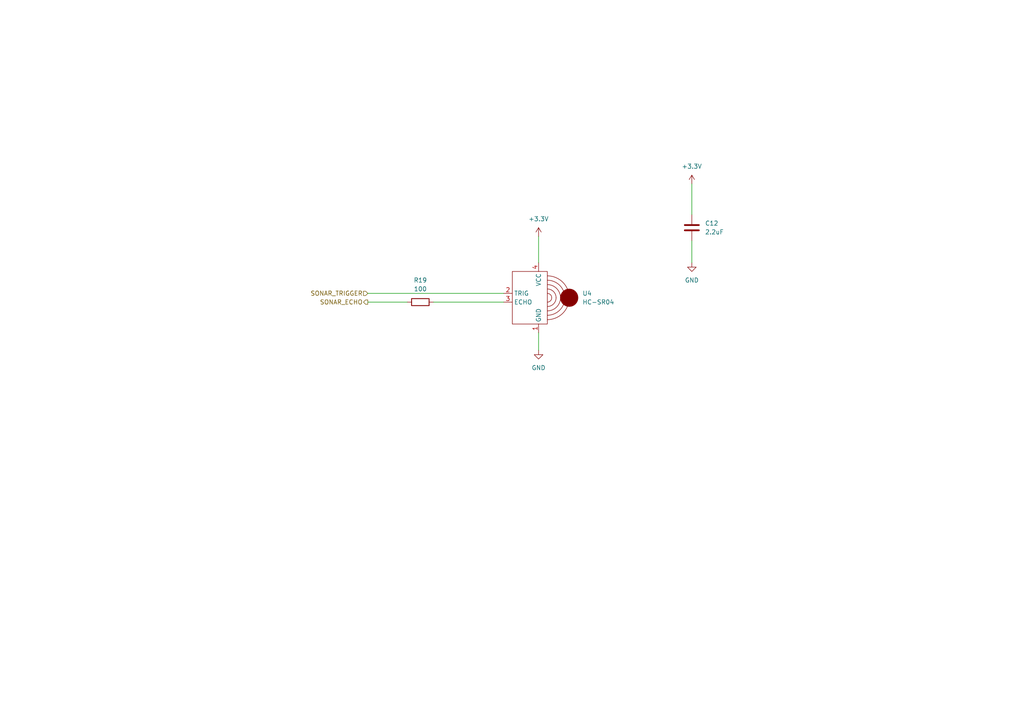
<source format=kicad_sch>
(kicad_sch (version 20230121) (generator eeschema)
  (paper "A4")
  (lib_symbols
    (symbol "Device:C" (pin_numbers hide) (pin_names (offset 0.254))
      (property "Reference" "C" (at 0.635 2.54 0))
      (property "Value" "C" (at 0.635 -2.54 0))
      (symbol "C_0_1"
        (polyline (pts (xy -2.032 -0.762) (xy 2.032 -0.762)) (stroke (width 0.508)))
        (polyline (pts (xy -2.032 0.762) (xy 2.032 0.762)) (stroke (width 0.508)))
      )
      (symbol "C_1_1"
        (pin passive line (at 0 3.81 270) (length 2.794) (name "~") (number "1"))
        (pin passive line (at 0 -3.81 90) (length 2.794) (name "~") (number "2"))
      )
    )
    (symbol "Device:R" (pin_numbers hide) (pin_names (offset 0))
      (property "Reference" "R" (at 2.032 0 90))
      (property "Value" "R" (at 0 0 90))
      (symbol "R_0_1"
        (rectangle (start -1.016 -2.54) (end 1.016 2.54) (stroke (width 0.254)))
      )
      (symbol "R_1_1"
        (pin passive line (at 0 3.81 270) (length 1.27) (name "~") (number "1"))
        (pin passive line (at 0 -3.81 90) (length 1.27) (name "~") (number "2"))
      )
    )
    (symbol "minimouse:HC-SR04"
      (property "Reference" "U" (at 0 0 0))
      (property "Value" "HC-SR04" (at 0 0 0))
      (symbol "HC-SR04_0_1"
        (rectangle (start -7.62 7.62) (end 2.54 -7.62))
        (arc (start 2.54 -6.35) (mid 7.0301 -4.4901) (end 8.89 0))
        (arc (start 2.54 -5.08) (mid 6.1321 -3.5921) (end 7.62 0))
        (arc (start 2.54 -3.81) (mid 5.2341 -2.6941) (end 6.35 0))
        (arc (start 2.54 -2.54) (mid 4.3361 -1.7961) (end 5.08 0))
        (arc (start 2.54 -1.27) (mid 3.438 -0.898) (end 3.81 0))
        (arc (start 3.81 0) (mid 3.438 0.898) (end 2.54 1.27))
        (arc (start 5.08 0) (mid 4.3361 1.7961) (end 2.54 2.54))
        (arc (start 6.35 0) (mid 5.2341 2.6941) (end 2.54 3.81))
        (arc (start 7.62 0) (mid 6.1321 3.5921) (end 2.54 5.08))
        (arc (start 8.89 0) (mid 7.0301 4.4901) (end 2.54 6.35))
      )
      (symbol "HC-SR04_1_1"
        (circle (center 8.89 0) (radius 2.54) (fill (type outline)))
        (pin power_in line (at 0 -10.16 90) (length 2.54) (name "GND") (number "1"))
        (pin input line (at -10.16 1.27 0) (length 2.54) (name "TRIG") (number "2"))
        (pin output line (at -10.16 -1.27 0) (length 2.54) (name "ECHO") (number "3"))
        (pin power_in line (at 0 10.16 270) (length 2.54) (name "VCC") (number "4"))
      )
    )
    (symbol "power:+3.3V" (power) (pin_names (offset 0))
      (property "Value" "+3.3V" (at 0 3.556 0))
      (symbol "+3.3V_0_1"
        (polyline (pts (xy -0.762 1.27) (xy 0 2.54)))
        (polyline (pts (xy 0 0) (xy 0 2.54)))
        (polyline (pts (xy 0 2.54) (xy 0.762 1.27)))
      )
      (symbol "+3.3V_1_1"
        (pin power_in line (at 0 0 90) (length 0) hide (name "+3.3V") (number "1"))
      )
    )
    (symbol "power:GND" (power) (pin_names (offset 0))
      (property "Value" "GND" (at 0 -3.81 0))
      (symbol "GND_0_1"
        (polyline (pts (xy 0 0) (xy 0 -1.27) (xy 1.27 -1.27) (xy 0 -2.54) (xy -1.27 -1.27) (xy 0 -1.27)))
      )
      (symbol "GND_1_1"
        (pin power_in line (at 0 0 270) (length 0) hide (name "GND") (number "1"))
      )
    )
  )
  (wire (pts (xy 106.68 85.09) (xy 146.05 85.09)))
  (wire (pts (xy 156.21 68.58) (xy 156.21 76.2)))
  (wire (pts (xy 200.66 69.85) (xy 200.66 76.2)))
  (wire (pts (xy 156.21 96.52) (xy 156.21 101.6)))
  (wire (pts (xy 200.66 53.34) (xy 200.66 62.23)))
  (wire (pts (xy 125.73 87.63) (xy 146.05 87.63)))
  (wire (pts (xy 106.68 87.63) (xy 118.11 87.63)))
  (hierarchical_label "SONAR_TRIGGER" (shape input) (at 106.68 85.09 180))
  (hierarchical_label "SONAR_ECHO" (shape output) (at 106.68 87.63 180))
  (symbol (lib_id "power:+3.3V") (at 156.21 68.58 0) (unit 1)
    (property "Reference" "#PWR033" (effects hide))
    (property "Value" "+3.3V" (at 156.21 63.5 0))
  )
  (symbol (lib_id "minimouse:HC-SR04") (at 156.21 86.36 0) (unit 1)
    (property "Reference" "U4" (at 168.91 85.09 0) (effects (justify left)))
    (property "Value" "HC-SR04" (at 168.91 87.63 0) (effects (justify left)))
    (property "Footprint" "minimouse:HC-SR04" (effects hide))
  )
  (symbol (lib_id "power:GND") (at 200.66 76.2 0) (unit 1)
    (property "Reference" "#PWR036" (effects hide))
    (property "Value" "GND" (at 200.66 81.28 0))
  )
  (symbol (lib_id "power:GND") (at 156.21 101.6 0) (unit 1)
    (property "Reference" "#PWR034" (effects hide))
    (property "Value" "GND" (at 156.21 106.68 0))
  )
  (symbol (lib_id "Device:C") (at 200.66 66.04 0) (unit 1)
    (property "Reference" "C12" (at 204.47 64.77 0) (effects (justify left)))
    (property "Value" "2.2uF" (at 204.47 67.31 0) (effects (justify left)))
    (property "Footprint" "Capacitor_SMD:C_0603_1608Metric" (effects hide))
  )
  (symbol (lib_id "Device:R") (at 121.92 87.63 90) (unit 1)
    (property "Reference" "R19" (at 121.92 81.28 90))
    (property "Value" "100" (at 121.92 83.82 90))
    (property "Footprint" "Resistor_SMD:R_0603_1608Metric" (effects hide))
  )
  (symbol (lib_id "power:+3.3V") (at 200.66 53.34 0) (unit 1)
    (property "Reference" "#PWR035" (effects hide))
    (property "Value" "+3.3V" (at 200.66 48.26 0))
  )
)
</source>
